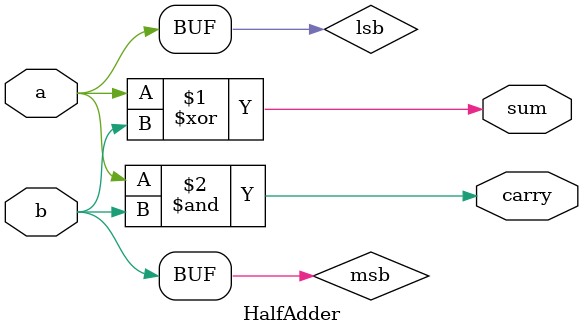
<source format=v>
`timescale 1ns / 1ps


module HalfAdder(
    input a,
    input b,
    output wire sum,
    output wire carry
    );
    
    wire lsb;
    wire msb;
    
    assign lsb = a;
    assign msb = b;
    assign sum = a ^ b;
    assign carry = a & b;

endmodule

</source>
